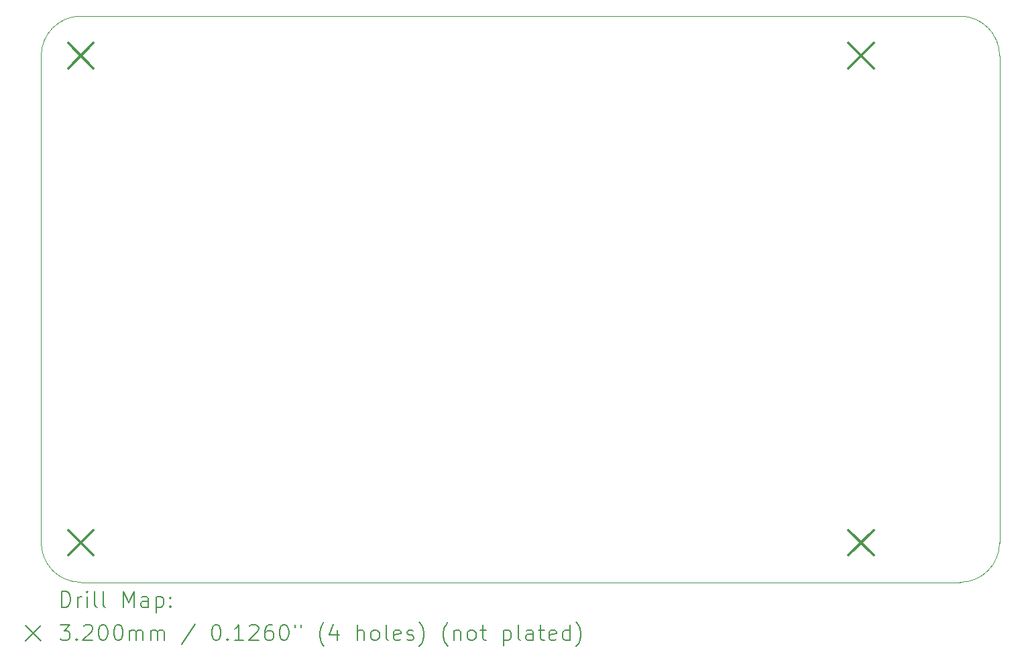
<source format=gbr>
%TF.GenerationSoftware,KiCad,Pcbnew,9.0.1*%
%TF.CreationDate,2025-04-10T10:55:45+02:00*%
%TF.ProjectId,mainboard_pcb,6d61696e-626f-4617-9264-5f7063622e6b,rev?*%
%TF.SameCoordinates,Original*%
%TF.FileFunction,Drillmap*%
%TF.FilePolarity,Positive*%
%FSLAX45Y45*%
G04 Gerber Fmt 4.5, Leading zero omitted, Abs format (unit mm)*
G04 Created by KiCad (PCBNEW 9.0.1) date 2025-04-10 10:55:45*
%MOMM*%
%LPD*%
G01*
G04 APERTURE LIST*
%ADD10C,0.050000*%
%ADD11C,0.200000*%
%ADD12C,0.320000*%
G04 APERTURE END LIST*
D10*
X21900000Y-11150000D02*
X10800000Y-11150000D01*
X10300000Y-4500000D02*
G75*
G02*
X10800000Y-4000000I500000J0D01*
G01*
X22400000Y-4500000D02*
X22400000Y-10650000D01*
X10800000Y-4000000D02*
X21900000Y-4000000D01*
X10300000Y-10650000D02*
X10300000Y-4500000D01*
X10800000Y-11150000D02*
G75*
G02*
X10300000Y-10650000I0J500000D01*
G01*
X22400000Y-10650000D02*
G75*
G02*
X21900000Y-11150000I-500000J0D01*
G01*
X21900000Y-4000000D02*
G75*
G02*
X22400000Y-4500000I0J-500000D01*
G01*
D11*
D12*
X10640000Y-4340000D02*
X10960000Y-4660000D01*
X10960000Y-4340000D02*
X10640000Y-4660000D01*
X10640000Y-10490000D02*
X10960000Y-10810000D01*
X10960000Y-10490000D02*
X10640000Y-10810000D01*
X20490000Y-4340000D02*
X20810000Y-4660000D01*
X20810000Y-4340000D02*
X20490000Y-4660000D01*
X20490000Y-10490000D02*
X20810000Y-10810000D01*
X20810000Y-10490000D02*
X20490000Y-10810000D01*
D11*
X10558277Y-11463984D02*
X10558277Y-11263984D01*
X10558277Y-11263984D02*
X10605896Y-11263984D01*
X10605896Y-11263984D02*
X10634467Y-11273508D01*
X10634467Y-11273508D02*
X10653515Y-11292555D01*
X10653515Y-11292555D02*
X10663039Y-11311603D01*
X10663039Y-11311603D02*
X10672563Y-11349698D01*
X10672563Y-11349698D02*
X10672563Y-11378269D01*
X10672563Y-11378269D02*
X10663039Y-11416365D01*
X10663039Y-11416365D02*
X10653515Y-11435412D01*
X10653515Y-11435412D02*
X10634467Y-11454460D01*
X10634467Y-11454460D02*
X10605896Y-11463984D01*
X10605896Y-11463984D02*
X10558277Y-11463984D01*
X10758277Y-11463984D02*
X10758277Y-11330650D01*
X10758277Y-11368746D02*
X10767801Y-11349698D01*
X10767801Y-11349698D02*
X10777324Y-11340174D01*
X10777324Y-11340174D02*
X10796372Y-11330650D01*
X10796372Y-11330650D02*
X10815420Y-11330650D01*
X10882086Y-11463984D02*
X10882086Y-11330650D01*
X10882086Y-11263984D02*
X10872563Y-11273508D01*
X10872563Y-11273508D02*
X10882086Y-11283031D01*
X10882086Y-11283031D02*
X10891610Y-11273508D01*
X10891610Y-11273508D02*
X10882086Y-11263984D01*
X10882086Y-11263984D02*
X10882086Y-11283031D01*
X11005896Y-11463984D02*
X10986848Y-11454460D01*
X10986848Y-11454460D02*
X10977324Y-11435412D01*
X10977324Y-11435412D02*
X10977324Y-11263984D01*
X11110658Y-11463984D02*
X11091610Y-11454460D01*
X11091610Y-11454460D02*
X11082086Y-11435412D01*
X11082086Y-11435412D02*
X11082086Y-11263984D01*
X11339229Y-11463984D02*
X11339229Y-11263984D01*
X11339229Y-11263984D02*
X11405896Y-11406841D01*
X11405896Y-11406841D02*
X11472562Y-11263984D01*
X11472562Y-11263984D02*
X11472562Y-11463984D01*
X11653515Y-11463984D02*
X11653515Y-11359222D01*
X11653515Y-11359222D02*
X11643991Y-11340174D01*
X11643991Y-11340174D02*
X11624943Y-11330650D01*
X11624943Y-11330650D02*
X11586848Y-11330650D01*
X11586848Y-11330650D02*
X11567801Y-11340174D01*
X11653515Y-11454460D02*
X11634467Y-11463984D01*
X11634467Y-11463984D02*
X11586848Y-11463984D01*
X11586848Y-11463984D02*
X11567801Y-11454460D01*
X11567801Y-11454460D02*
X11558277Y-11435412D01*
X11558277Y-11435412D02*
X11558277Y-11416365D01*
X11558277Y-11416365D02*
X11567801Y-11397317D01*
X11567801Y-11397317D02*
X11586848Y-11387793D01*
X11586848Y-11387793D02*
X11634467Y-11387793D01*
X11634467Y-11387793D02*
X11653515Y-11378269D01*
X11748753Y-11330650D02*
X11748753Y-11530650D01*
X11748753Y-11340174D02*
X11767801Y-11330650D01*
X11767801Y-11330650D02*
X11805896Y-11330650D01*
X11805896Y-11330650D02*
X11824943Y-11340174D01*
X11824943Y-11340174D02*
X11834467Y-11349698D01*
X11834467Y-11349698D02*
X11843991Y-11368746D01*
X11843991Y-11368746D02*
X11843991Y-11425888D01*
X11843991Y-11425888D02*
X11834467Y-11444936D01*
X11834467Y-11444936D02*
X11824943Y-11454460D01*
X11824943Y-11454460D02*
X11805896Y-11463984D01*
X11805896Y-11463984D02*
X11767801Y-11463984D01*
X11767801Y-11463984D02*
X11748753Y-11454460D01*
X11929705Y-11444936D02*
X11939229Y-11454460D01*
X11939229Y-11454460D02*
X11929705Y-11463984D01*
X11929705Y-11463984D02*
X11920182Y-11454460D01*
X11920182Y-11454460D02*
X11929705Y-11444936D01*
X11929705Y-11444936D02*
X11929705Y-11463984D01*
X11929705Y-11340174D02*
X11939229Y-11349698D01*
X11939229Y-11349698D02*
X11929705Y-11359222D01*
X11929705Y-11359222D02*
X11920182Y-11349698D01*
X11920182Y-11349698D02*
X11929705Y-11340174D01*
X11929705Y-11340174D02*
X11929705Y-11359222D01*
X10097500Y-11692500D02*
X10297500Y-11892500D01*
X10297500Y-11692500D02*
X10097500Y-11892500D01*
X10539229Y-11683984D02*
X10663039Y-11683984D01*
X10663039Y-11683984D02*
X10596372Y-11760174D01*
X10596372Y-11760174D02*
X10624944Y-11760174D01*
X10624944Y-11760174D02*
X10643991Y-11769698D01*
X10643991Y-11769698D02*
X10653515Y-11779222D01*
X10653515Y-11779222D02*
X10663039Y-11798269D01*
X10663039Y-11798269D02*
X10663039Y-11845888D01*
X10663039Y-11845888D02*
X10653515Y-11864936D01*
X10653515Y-11864936D02*
X10643991Y-11874460D01*
X10643991Y-11874460D02*
X10624944Y-11883984D01*
X10624944Y-11883984D02*
X10567801Y-11883984D01*
X10567801Y-11883984D02*
X10548753Y-11874460D01*
X10548753Y-11874460D02*
X10539229Y-11864936D01*
X10748753Y-11864936D02*
X10758277Y-11874460D01*
X10758277Y-11874460D02*
X10748753Y-11883984D01*
X10748753Y-11883984D02*
X10739229Y-11874460D01*
X10739229Y-11874460D02*
X10748753Y-11864936D01*
X10748753Y-11864936D02*
X10748753Y-11883984D01*
X10834467Y-11703031D02*
X10843991Y-11693508D01*
X10843991Y-11693508D02*
X10863039Y-11683984D01*
X10863039Y-11683984D02*
X10910658Y-11683984D01*
X10910658Y-11683984D02*
X10929705Y-11693508D01*
X10929705Y-11693508D02*
X10939229Y-11703031D01*
X10939229Y-11703031D02*
X10948753Y-11722079D01*
X10948753Y-11722079D02*
X10948753Y-11741127D01*
X10948753Y-11741127D02*
X10939229Y-11769698D01*
X10939229Y-11769698D02*
X10824944Y-11883984D01*
X10824944Y-11883984D02*
X10948753Y-11883984D01*
X11072563Y-11683984D02*
X11091610Y-11683984D01*
X11091610Y-11683984D02*
X11110658Y-11693508D01*
X11110658Y-11693508D02*
X11120182Y-11703031D01*
X11120182Y-11703031D02*
X11129705Y-11722079D01*
X11129705Y-11722079D02*
X11139229Y-11760174D01*
X11139229Y-11760174D02*
X11139229Y-11807793D01*
X11139229Y-11807793D02*
X11129705Y-11845888D01*
X11129705Y-11845888D02*
X11120182Y-11864936D01*
X11120182Y-11864936D02*
X11110658Y-11874460D01*
X11110658Y-11874460D02*
X11091610Y-11883984D01*
X11091610Y-11883984D02*
X11072563Y-11883984D01*
X11072563Y-11883984D02*
X11053515Y-11874460D01*
X11053515Y-11874460D02*
X11043991Y-11864936D01*
X11043991Y-11864936D02*
X11034467Y-11845888D01*
X11034467Y-11845888D02*
X11024944Y-11807793D01*
X11024944Y-11807793D02*
X11024944Y-11760174D01*
X11024944Y-11760174D02*
X11034467Y-11722079D01*
X11034467Y-11722079D02*
X11043991Y-11703031D01*
X11043991Y-11703031D02*
X11053515Y-11693508D01*
X11053515Y-11693508D02*
X11072563Y-11683984D01*
X11263039Y-11683984D02*
X11282086Y-11683984D01*
X11282086Y-11683984D02*
X11301134Y-11693508D01*
X11301134Y-11693508D02*
X11310658Y-11703031D01*
X11310658Y-11703031D02*
X11320182Y-11722079D01*
X11320182Y-11722079D02*
X11329705Y-11760174D01*
X11329705Y-11760174D02*
X11329705Y-11807793D01*
X11329705Y-11807793D02*
X11320182Y-11845888D01*
X11320182Y-11845888D02*
X11310658Y-11864936D01*
X11310658Y-11864936D02*
X11301134Y-11874460D01*
X11301134Y-11874460D02*
X11282086Y-11883984D01*
X11282086Y-11883984D02*
X11263039Y-11883984D01*
X11263039Y-11883984D02*
X11243991Y-11874460D01*
X11243991Y-11874460D02*
X11234467Y-11864936D01*
X11234467Y-11864936D02*
X11224943Y-11845888D01*
X11224943Y-11845888D02*
X11215420Y-11807793D01*
X11215420Y-11807793D02*
X11215420Y-11760174D01*
X11215420Y-11760174D02*
X11224943Y-11722079D01*
X11224943Y-11722079D02*
X11234467Y-11703031D01*
X11234467Y-11703031D02*
X11243991Y-11693508D01*
X11243991Y-11693508D02*
X11263039Y-11683984D01*
X11415420Y-11883984D02*
X11415420Y-11750650D01*
X11415420Y-11769698D02*
X11424943Y-11760174D01*
X11424943Y-11760174D02*
X11443991Y-11750650D01*
X11443991Y-11750650D02*
X11472563Y-11750650D01*
X11472563Y-11750650D02*
X11491610Y-11760174D01*
X11491610Y-11760174D02*
X11501134Y-11779222D01*
X11501134Y-11779222D02*
X11501134Y-11883984D01*
X11501134Y-11779222D02*
X11510658Y-11760174D01*
X11510658Y-11760174D02*
X11529705Y-11750650D01*
X11529705Y-11750650D02*
X11558277Y-11750650D01*
X11558277Y-11750650D02*
X11577324Y-11760174D01*
X11577324Y-11760174D02*
X11586848Y-11779222D01*
X11586848Y-11779222D02*
X11586848Y-11883984D01*
X11682086Y-11883984D02*
X11682086Y-11750650D01*
X11682086Y-11769698D02*
X11691610Y-11760174D01*
X11691610Y-11760174D02*
X11710658Y-11750650D01*
X11710658Y-11750650D02*
X11739229Y-11750650D01*
X11739229Y-11750650D02*
X11758277Y-11760174D01*
X11758277Y-11760174D02*
X11767801Y-11779222D01*
X11767801Y-11779222D02*
X11767801Y-11883984D01*
X11767801Y-11779222D02*
X11777324Y-11760174D01*
X11777324Y-11760174D02*
X11796372Y-11750650D01*
X11796372Y-11750650D02*
X11824943Y-11750650D01*
X11824943Y-11750650D02*
X11843991Y-11760174D01*
X11843991Y-11760174D02*
X11853515Y-11779222D01*
X11853515Y-11779222D02*
X11853515Y-11883984D01*
X12243991Y-11674460D02*
X12072563Y-11931603D01*
X12501134Y-11683984D02*
X12520182Y-11683984D01*
X12520182Y-11683984D02*
X12539229Y-11693508D01*
X12539229Y-11693508D02*
X12548753Y-11703031D01*
X12548753Y-11703031D02*
X12558277Y-11722079D01*
X12558277Y-11722079D02*
X12567801Y-11760174D01*
X12567801Y-11760174D02*
X12567801Y-11807793D01*
X12567801Y-11807793D02*
X12558277Y-11845888D01*
X12558277Y-11845888D02*
X12548753Y-11864936D01*
X12548753Y-11864936D02*
X12539229Y-11874460D01*
X12539229Y-11874460D02*
X12520182Y-11883984D01*
X12520182Y-11883984D02*
X12501134Y-11883984D01*
X12501134Y-11883984D02*
X12482086Y-11874460D01*
X12482086Y-11874460D02*
X12472563Y-11864936D01*
X12472563Y-11864936D02*
X12463039Y-11845888D01*
X12463039Y-11845888D02*
X12453515Y-11807793D01*
X12453515Y-11807793D02*
X12453515Y-11760174D01*
X12453515Y-11760174D02*
X12463039Y-11722079D01*
X12463039Y-11722079D02*
X12472563Y-11703031D01*
X12472563Y-11703031D02*
X12482086Y-11693508D01*
X12482086Y-11693508D02*
X12501134Y-11683984D01*
X12653515Y-11864936D02*
X12663039Y-11874460D01*
X12663039Y-11874460D02*
X12653515Y-11883984D01*
X12653515Y-11883984D02*
X12643991Y-11874460D01*
X12643991Y-11874460D02*
X12653515Y-11864936D01*
X12653515Y-11864936D02*
X12653515Y-11883984D01*
X12853515Y-11883984D02*
X12739229Y-11883984D01*
X12796372Y-11883984D02*
X12796372Y-11683984D01*
X12796372Y-11683984D02*
X12777325Y-11712555D01*
X12777325Y-11712555D02*
X12758277Y-11731603D01*
X12758277Y-11731603D02*
X12739229Y-11741127D01*
X12929706Y-11703031D02*
X12939229Y-11693508D01*
X12939229Y-11693508D02*
X12958277Y-11683984D01*
X12958277Y-11683984D02*
X13005896Y-11683984D01*
X13005896Y-11683984D02*
X13024944Y-11693508D01*
X13024944Y-11693508D02*
X13034467Y-11703031D01*
X13034467Y-11703031D02*
X13043991Y-11722079D01*
X13043991Y-11722079D02*
X13043991Y-11741127D01*
X13043991Y-11741127D02*
X13034467Y-11769698D01*
X13034467Y-11769698D02*
X12920182Y-11883984D01*
X12920182Y-11883984D02*
X13043991Y-11883984D01*
X13215420Y-11683984D02*
X13177325Y-11683984D01*
X13177325Y-11683984D02*
X13158277Y-11693508D01*
X13158277Y-11693508D02*
X13148753Y-11703031D01*
X13148753Y-11703031D02*
X13129706Y-11731603D01*
X13129706Y-11731603D02*
X13120182Y-11769698D01*
X13120182Y-11769698D02*
X13120182Y-11845888D01*
X13120182Y-11845888D02*
X13129706Y-11864936D01*
X13129706Y-11864936D02*
X13139229Y-11874460D01*
X13139229Y-11874460D02*
X13158277Y-11883984D01*
X13158277Y-11883984D02*
X13196372Y-11883984D01*
X13196372Y-11883984D02*
X13215420Y-11874460D01*
X13215420Y-11874460D02*
X13224944Y-11864936D01*
X13224944Y-11864936D02*
X13234467Y-11845888D01*
X13234467Y-11845888D02*
X13234467Y-11798269D01*
X13234467Y-11798269D02*
X13224944Y-11779222D01*
X13224944Y-11779222D02*
X13215420Y-11769698D01*
X13215420Y-11769698D02*
X13196372Y-11760174D01*
X13196372Y-11760174D02*
X13158277Y-11760174D01*
X13158277Y-11760174D02*
X13139229Y-11769698D01*
X13139229Y-11769698D02*
X13129706Y-11779222D01*
X13129706Y-11779222D02*
X13120182Y-11798269D01*
X13358277Y-11683984D02*
X13377325Y-11683984D01*
X13377325Y-11683984D02*
X13396372Y-11693508D01*
X13396372Y-11693508D02*
X13405896Y-11703031D01*
X13405896Y-11703031D02*
X13415420Y-11722079D01*
X13415420Y-11722079D02*
X13424944Y-11760174D01*
X13424944Y-11760174D02*
X13424944Y-11807793D01*
X13424944Y-11807793D02*
X13415420Y-11845888D01*
X13415420Y-11845888D02*
X13405896Y-11864936D01*
X13405896Y-11864936D02*
X13396372Y-11874460D01*
X13396372Y-11874460D02*
X13377325Y-11883984D01*
X13377325Y-11883984D02*
X13358277Y-11883984D01*
X13358277Y-11883984D02*
X13339229Y-11874460D01*
X13339229Y-11874460D02*
X13329706Y-11864936D01*
X13329706Y-11864936D02*
X13320182Y-11845888D01*
X13320182Y-11845888D02*
X13310658Y-11807793D01*
X13310658Y-11807793D02*
X13310658Y-11760174D01*
X13310658Y-11760174D02*
X13320182Y-11722079D01*
X13320182Y-11722079D02*
X13329706Y-11703031D01*
X13329706Y-11703031D02*
X13339229Y-11693508D01*
X13339229Y-11693508D02*
X13358277Y-11683984D01*
X13501134Y-11683984D02*
X13501134Y-11722079D01*
X13577325Y-11683984D02*
X13577325Y-11722079D01*
X13872563Y-11960174D02*
X13863039Y-11950650D01*
X13863039Y-11950650D02*
X13843991Y-11922079D01*
X13843991Y-11922079D02*
X13834468Y-11903031D01*
X13834468Y-11903031D02*
X13824944Y-11874460D01*
X13824944Y-11874460D02*
X13815420Y-11826841D01*
X13815420Y-11826841D02*
X13815420Y-11788746D01*
X13815420Y-11788746D02*
X13824944Y-11741127D01*
X13824944Y-11741127D02*
X13834468Y-11712555D01*
X13834468Y-11712555D02*
X13843991Y-11693508D01*
X13843991Y-11693508D02*
X13863039Y-11664936D01*
X13863039Y-11664936D02*
X13872563Y-11655412D01*
X14034468Y-11750650D02*
X14034468Y-11883984D01*
X13986848Y-11674460D02*
X13939229Y-11817317D01*
X13939229Y-11817317D02*
X14063039Y-11817317D01*
X14291610Y-11883984D02*
X14291610Y-11683984D01*
X14377325Y-11883984D02*
X14377325Y-11779222D01*
X14377325Y-11779222D02*
X14367801Y-11760174D01*
X14367801Y-11760174D02*
X14348753Y-11750650D01*
X14348753Y-11750650D02*
X14320182Y-11750650D01*
X14320182Y-11750650D02*
X14301134Y-11760174D01*
X14301134Y-11760174D02*
X14291610Y-11769698D01*
X14501134Y-11883984D02*
X14482087Y-11874460D01*
X14482087Y-11874460D02*
X14472563Y-11864936D01*
X14472563Y-11864936D02*
X14463039Y-11845888D01*
X14463039Y-11845888D02*
X14463039Y-11788746D01*
X14463039Y-11788746D02*
X14472563Y-11769698D01*
X14472563Y-11769698D02*
X14482087Y-11760174D01*
X14482087Y-11760174D02*
X14501134Y-11750650D01*
X14501134Y-11750650D02*
X14529706Y-11750650D01*
X14529706Y-11750650D02*
X14548753Y-11760174D01*
X14548753Y-11760174D02*
X14558277Y-11769698D01*
X14558277Y-11769698D02*
X14567801Y-11788746D01*
X14567801Y-11788746D02*
X14567801Y-11845888D01*
X14567801Y-11845888D02*
X14558277Y-11864936D01*
X14558277Y-11864936D02*
X14548753Y-11874460D01*
X14548753Y-11874460D02*
X14529706Y-11883984D01*
X14529706Y-11883984D02*
X14501134Y-11883984D01*
X14682087Y-11883984D02*
X14663039Y-11874460D01*
X14663039Y-11874460D02*
X14653515Y-11855412D01*
X14653515Y-11855412D02*
X14653515Y-11683984D01*
X14834468Y-11874460D02*
X14815420Y-11883984D01*
X14815420Y-11883984D02*
X14777325Y-11883984D01*
X14777325Y-11883984D02*
X14758277Y-11874460D01*
X14758277Y-11874460D02*
X14748753Y-11855412D01*
X14748753Y-11855412D02*
X14748753Y-11779222D01*
X14748753Y-11779222D02*
X14758277Y-11760174D01*
X14758277Y-11760174D02*
X14777325Y-11750650D01*
X14777325Y-11750650D02*
X14815420Y-11750650D01*
X14815420Y-11750650D02*
X14834468Y-11760174D01*
X14834468Y-11760174D02*
X14843991Y-11779222D01*
X14843991Y-11779222D02*
X14843991Y-11798269D01*
X14843991Y-11798269D02*
X14748753Y-11817317D01*
X14920182Y-11874460D02*
X14939230Y-11883984D01*
X14939230Y-11883984D02*
X14977325Y-11883984D01*
X14977325Y-11883984D02*
X14996372Y-11874460D01*
X14996372Y-11874460D02*
X15005896Y-11855412D01*
X15005896Y-11855412D02*
X15005896Y-11845888D01*
X15005896Y-11845888D02*
X14996372Y-11826841D01*
X14996372Y-11826841D02*
X14977325Y-11817317D01*
X14977325Y-11817317D02*
X14948753Y-11817317D01*
X14948753Y-11817317D02*
X14929706Y-11807793D01*
X14929706Y-11807793D02*
X14920182Y-11788746D01*
X14920182Y-11788746D02*
X14920182Y-11779222D01*
X14920182Y-11779222D02*
X14929706Y-11760174D01*
X14929706Y-11760174D02*
X14948753Y-11750650D01*
X14948753Y-11750650D02*
X14977325Y-11750650D01*
X14977325Y-11750650D02*
X14996372Y-11760174D01*
X15072563Y-11960174D02*
X15082087Y-11950650D01*
X15082087Y-11950650D02*
X15101134Y-11922079D01*
X15101134Y-11922079D02*
X15110658Y-11903031D01*
X15110658Y-11903031D02*
X15120182Y-11874460D01*
X15120182Y-11874460D02*
X15129706Y-11826841D01*
X15129706Y-11826841D02*
X15129706Y-11788746D01*
X15129706Y-11788746D02*
X15120182Y-11741127D01*
X15120182Y-11741127D02*
X15110658Y-11712555D01*
X15110658Y-11712555D02*
X15101134Y-11693508D01*
X15101134Y-11693508D02*
X15082087Y-11664936D01*
X15082087Y-11664936D02*
X15072563Y-11655412D01*
X15434468Y-11960174D02*
X15424944Y-11950650D01*
X15424944Y-11950650D02*
X15405896Y-11922079D01*
X15405896Y-11922079D02*
X15396372Y-11903031D01*
X15396372Y-11903031D02*
X15386849Y-11874460D01*
X15386849Y-11874460D02*
X15377325Y-11826841D01*
X15377325Y-11826841D02*
X15377325Y-11788746D01*
X15377325Y-11788746D02*
X15386849Y-11741127D01*
X15386849Y-11741127D02*
X15396372Y-11712555D01*
X15396372Y-11712555D02*
X15405896Y-11693508D01*
X15405896Y-11693508D02*
X15424944Y-11664936D01*
X15424944Y-11664936D02*
X15434468Y-11655412D01*
X15510658Y-11750650D02*
X15510658Y-11883984D01*
X15510658Y-11769698D02*
X15520182Y-11760174D01*
X15520182Y-11760174D02*
X15539230Y-11750650D01*
X15539230Y-11750650D02*
X15567801Y-11750650D01*
X15567801Y-11750650D02*
X15586849Y-11760174D01*
X15586849Y-11760174D02*
X15596372Y-11779222D01*
X15596372Y-11779222D02*
X15596372Y-11883984D01*
X15720182Y-11883984D02*
X15701134Y-11874460D01*
X15701134Y-11874460D02*
X15691611Y-11864936D01*
X15691611Y-11864936D02*
X15682087Y-11845888D01*
X15682087Y-11845888D02*
X15682087Y-11788746D01*
X15682087Y-11788746D02*
X15691611Y-11769698D01*
X15691611Y-11769698D02*
X15701134Y-11760174D01*
X15701134Y-11760174D02*
X15720182Y-11750650D01*
X15720182Y-11750650D02*
X15748753Y-11750650D01*
X15748753Y-11750650D02*
X15767801Y-11760174D01*
X15767801Y-11760174D02*
X15777325Y-11769698D01*
X15777325Y-11769698D02*
X15786849Y-11788746D01*
X15786849Y-11788746D02*
X15786849Y-11845888D01*
X15786849Y-11845888D02*
X15777325Y-11864936D01*
X15777325Y-11864936D02*
X15767801Y-11874460D01*
X15767801Y-11874460D02*
X15748753Y-11883984D01*
X15748753Y-11883984D02*
X15720182Y-11883984D01*
X15843992Y-11750650D02*
X15920182Y-11750650D01*
X15872563Y-11683984D02*
X15872563Y-11855412D01*
X15872563Y-11855412D02*
X15882087Y-11874460D01*
X15882087Y-11874460D02*
X15901134Y-11883984D01*
X15901134Y-11883984D02*
X15920182Y-11883984D01*
X16139230Y-11750650D02*
X16139230Y-11950650D01*
X16139230Y-11760174D02*
X16158277Y-11750650D01*
X16158277Y-11750650D02*
X16196373Y-11750650D01*
X16196373Y-11750650D02*
X16215420Y-11760174D01*
X16215420Y-11760174D02*
X16224944Y-11769698D01*
X16224944Y-11769698D02*
X16234468Y-11788746D01*
X16234468Y-11788746D02*
X16234468Y-11845888D01*
X16234468Y-11845888D02*
X16224944Y-11864936D01*
X16224944Y-11864936D02*
X16215420Y-11874460D01*
X16215420Y-11874460D02*
X16196373Y-11883984D01*
X16196373Y-11883984D02*
X16158277Y-11883984D01*
X16158277Y-11883984D02*
X16139230Y-11874460D01*
X16348753Y-11883984D02*
X16329706Y-11874460D01*
X16329706Y-11874460D02*
X16320182Y-11855412D01*
X16320182Y-11855412D02*
X16320182Y-11683984D01*
X16510658Y-11883984D02*
X16510658Y-11779222D01*
X16510658Y-11779222D02*
X16501134Y-11760174D01*
X16501134Y-11760174D02*
X16482087Y-11750650D01*
X16482087Y-11750650D02*
X16443992Y-11750650D01*
X16443992Y-11750650D02*
X16424944Y-11760174D01*
X16510658Y-11874460D02*
X16491611Y-11883984D01*
X16491611Y-11883984D02*
X16443992Y-11883984D01*
X16443992Y-11883984D02*
X16424944Y-11874460D01*
X16424944Y-11874460D02*
X16415420Y-11855412D01*
X16415420Y-11855412D02*
X16415420Y-11836365D01*
X16415420Y-11836365D02*
X16424944Y-11817317D01*
X16424944Y-11817317D02*
X16443992Y-11807793D01*
X16443992Y-11807793D02*
X16491611Y-11807793D01*
X16491611Y-11807793D02*
X16510658Y-11798269D01*
X16577325Y-11750650D02*
X16653515Y-11750650D01*
X16605896Y-11683984D02*
X16605896Y-11855412D01*
X16605896Y-11855412D02*
X16615420Y-11874460D01*
X16615420Y-11874460D02*
X16634468Y-11883984D01*
X16634468Y-11883984D02*
X16653515Y-11883984D01*
X16796373Y-11874460D02*
X16777325Y-11883984D01*
X16777325Y-11883984D02*
X16739230Y-11883984D01*
X16739230Y-11883984D02*
X16720182Y-11874460D01*
X16720182Y-11874460D02*
X16710658Y-11855412D01*
X16710658Y-11855412D02*
X16710658Y-11779222D01*
X16710658Y-11779222D02*
X16720182Y-11760174D01*
X16720182Y-11760174D02*
X16739230Y-11750650D01*
X16739230Y-11750650D02*
X16777325Y-11750650D01*
X16777325Y-11750650D02*
X16796373Y-11760174D01*
X16796373Y-11760174D02*
X16805896Y-11779222D01*
X16805896Y-11779222D02*
X16805896Y-11798269D01*
X16805896Y-11798269D02*
X16710658Y-11817317D01*
X16977325Y-11883984D02*
X16977325Y-11683984D01*
X16977325Y-11874460D02*
X16958277Y-11883984D01*
X16958277Y-11883984D02*
X16920182Y-11883984D01*
X16920182Y-11883984D02*
X16901135Y-11874460D01*
X16901135Y-11874460D02*
X16891611Y-11864936D01*
X16891611Y-11864936D02*
X16882087Y-11845888D01*
X16882087Y-11845888D02*
X16882087Y-11788746D01*
X16882087Y-11788746D02*
X16891611Y-11769698D01*
X16891611Y-11769698D02*
X16901135Y-11760174D01*
X16901135Y-11760174D02*
X16920182Y-11750650D01*
X16920182Y-11750650D02*
X16958277Y-11750650D01*
X16958277Y-11750650D02*
X16977325Y-11760174D01*
X17053516Y-11960174D02*
X17063039Y-11950650D01*
X17063039Y-11950650D02*
X17082087Y-11922079D01*
X17082087Y-11922079D02*
X17091611Y-11903031D01*
X17091611Y-11903031D02*
X17101135Y-11874460D01*
X17101135Y-11874460D02*
X17110658Y-11826841D01*
X17110658Y-11826841D02*
X17110658Y-11788746D01*
X17110658Y-11788746D02*
X17101135Y-11741127D01*
X17101135Y-11741127D02*
X17091611Y-11712555D01*
X17091611Y-11712555D02*
X17082087Y-11693508D01*
X17082087Y-11693508D02*
X17063039Y-11664936D01*
X17063039Y-11664936D02*
X17053516Y-11655412D01*
M02*

</source>
